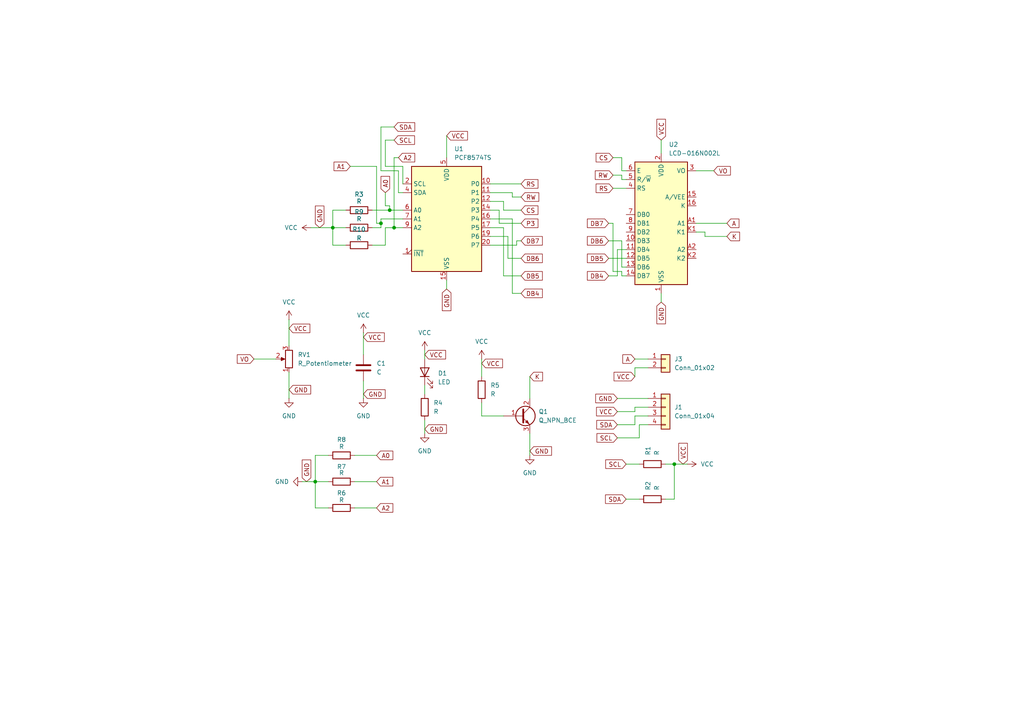
<source format=kicad_sch>
(kicad_sch (version 20231120) (generator "eeschema") (generator_version "8.0")
  (paper "A4")
  (lib_symbols
    (symbol "Connector_Generic:Conn_01x02" (pin_names (offset 1.016) hide)
      (property "Reference" "J" (at 0 2.54 0))
      (property "Value" "Conn_01x02" (at 0 -5.08 0))
      (symbol "Conn_01x02_1_1"
        (rectangle (start -1.27 -2.413) (end 0 -2.667) (stroke (width 0.1524)))
        (rectangle (start -1.27 0.127) (end 0 -0.127) (stroke (width 0.1524)))
        (rectangle (start -1.27 1.27) (end 1.27 -3.81) (stroke (width 0.254)) (fill (type background)))
        (pin passive line (at -5.08 0 0) (length 3.81) (name "Pin_1") (number "1"))
        (pin passive line (at -5.08 -2.54 0) (length 3.81) (name "Pin_2") (number "2"))
      )
    )
    (symbol "Connector_Generic:Conn_01x04" (pin_names (offset 1.016) hide)
      (property "Reference" "J" (at 0 5.08 0))
      (property "Value" "Conn_01x04" (at 0 -7.62 0))
      (symbol "Conn_01x04_1_1"
        (rectangle (start -1.27 -4.953) (end 0 -5.207) (stroke (width 0.1524)))
        (rectangle (start -1.27 -2.413) (end 0 -2.667) (stroke (width 0.1524)))
        (rectangle (start -1.27 0.127) (end 0 -0.127) (stroke (width 0.1524)))
        (rectangle (start -1.27 2.667) (end 0 2.413) (stroke (width 0.1524)))
        (rectangle (start -1.27 3.81) (end 1.27 -6.35) (stroke (width 0.254)) (fill (type background)))
        (pin passive line (at -5.08 2.54 0) (length 3.81) (name "Pin_1") (number "1"))
        (pin passive line (at -5.08 0 0) (length 3.81) (name "Pin_2") (number "2"))
        (pin passive line (at -5.08 -2.54 0) (length 3.81) (name "Pin_3") (number "3"))
        (pin passive line (at -5.08 -5.08 0) (length 3.81) (name "Pin_4") (number "4"))
      )
    )
    (symbol "Device:C" (pin_numbers hide) (pin_names (offset 0.254))
      (property "Reference" "C" (at 0.635 2.54 0))
      (property "Value" "C" (at 0.635 -2.54 0))
      (symbol "C_0_1"
        (polyline (pts (xy -2.032 -0.762) (xy 2.032 -0.762)) (stroke (width 0.508)))
        (polyline (pts (xy -2.032 0.762) (xy 2.032 0.762)) (stroke (width 0.508)))
      )
      (symbol "C_1_1"
        (pin passive line (at 0 3.81 270) (length 2.794) (name "~") (number "1"))
        (pin passive line (at 0 -3.81 90) (length 2.794) (name "~") (number "2"))
      )
    )
    (symbol "Device:LED" (pin_numbers hide) (pin_names (offset 1.016) hide)
      (property "Reference" "D" (at 0 2.54 0))
      (property "Value" "LED" (at 0 -2.54 0))
      (symbol "LED_0_1"
        (polyline (pts (xy -1.27 -1.27) (xy -1.27 1.27)) (stroke (width 0.254)))
        (polyline (pts (xy -1.27 0) (xy 1.27 0)))
        (polyline (pts (xy 1.27 -1.27) (xy 1.27 1.27) (xy -1.27 0) (xy 1.27 -1.27)) (stroke (width 0.254)))
        (polyline (pts (xy -3.048 -0.762) (xy -4.572 -2.286) (xy -3.81 -2.286) (xy -4.572 -2.286) (xy -4.572 -1.524)))
        (polyline (pts (xy -1.778 -0.762) (xy -3.302 -2.286) (xy -2.54 -2.286) (xy -3.302 -2.286) (xy -3.302 -1.524)))
      )
      (symbol "LED_1_1"
        (pin passive line (at -3.81 0 0) (length 2.54) (name "K") (number "1"))
        (pin passive line (at 3.81 0 180) (length 2.54) (name "A") (number "2"))
      )
    )
    (symbol "Device:Q_NPN_BCE" (pin_names (offset 0) hide)
      (property "Reference" "Q" (at 5.08 1.27 0))
      (property "Value" "Q_NPN_BCE" (at 5.08 -1.27 0))
      (symbol "Q_NPN_BCE_0_1"
        (polyline (pts (xy 0.635 0.635) (xy 2.54 2.54)))
        (polyline (pts (xy 0.635 -0.635) (xy 2.54 -2.54) (xy 2.54 -2.54)))
        (polyline (pts (xy 0.635 1.905) (xy 0.635 -1.905) (xy 0.635 -1.905)) (stroke (width 0.508)))
        (polyline (pts (xy 1.27 -1.778) (xy 1.778 -1.27) (xy 2.286 -2.286) (xy 1.27 -1.778) (xy 1.27 -1.778)) (fill (type outline)))
        (circle (center 1.27 0) (radius 2.8194) (stroke (width 0.254)))
      )
      (symbol "Q_NPN_BCE_1_1"
        (pin input line (at -5.08 0 0) (length 5.715) (name "B") (number "1"))
        (pin passive line (at 2.54 5.08 270) (length 2.54) (name "C") (number "2"))
        (pin passive line (at 2.54 -5.08 90) (length 2.54) (name "E") (number "3"))
      )
    )
    (symbol "Device:R" (pin_numbers hide) (pin_names (offset 0))
      (property "Reference" "R" (at 2.032 0 90))
      (property "Value" "R" (at 0 0 90))
      (symbol "R_0_1"
        (rectangle (start -1.016 -2.54) (end 1.016 2.54) (stroke (width 0.254)))
      )
      (symbol "R_1_1"
        (pin passive line (at 0 3.81 270) (length 1.27) (name "~") (number "1"))
        (pin passive line (at 0 -3.81 90) (length 1.27) (name "~") (number "2"))
      )
    )
    (symbol "Device:R_Potentiometer" (pin_names (offset 1.016) hide)
      (property "Reference" "RV" (at -4.445 0 90))
      (property "Value" "R_Potentiometer" (at -2.54 0 90))
      (symbol "R_Potentiometer_0_1"
        (polyline (pts (xy 2.54 0) (xy 1.524 0)))
        (polyline (pts (xy 1.143 0) (xy 2.286 0.508) (xy 2.286 -0.508) (xy 1.143 0)) (fill (type outline)))
        (rectangle (start 1.016 2.54) (end -1.016 -2.54) (stroke (width 0.254)))
      )
      (symbol "R_Potentiometer_1_1"
        (pin passive line (at 0 3.81 270) (length 1.27) (name "1") (number "1"))
        (pin passive line (at 3.81 0 180) (length 1.27) (name "2") (number "2"))
        (pin passive line (at 0 -3.81 90) (length 1.27) (name "3") (number "3"))
      )
    )
    (symbol "Display_Character:LCD-016N002L"
      (property "Reference" "U" (at -6.35 18.796 0))
      (property "Value" "LCD-016N002L" (at 8.636 18.796 0))
      (symbol "LCD-016N002L_1_1"
        (rectangle (start -7.62 17.78) (end 7.62 -17.78) (stroke (width 0.254)) (fill (type background)))
        (pin power_in line (at 0 -20.32 90) (length 2.54) (name "VSS") (number "1"))
        (pin bidirectional line (at -10.16 -5.08 0) (length 2.54) (name "DB3") (number "10"))
        (pin bidirectional line (at -10.16 -7.62 0) (length 2.54) (name "DB4") (number "11"))
        (pin bidirectional line (at -10.16 -10.16 0) (length 2.54) (name "DB5") (number "12"))
        (pin bidirectional line (at -10.16 -12.7 0) (length 2.54) (name "DB6") (number "13"))
        (pin bidirectional line (at -10.16 -15.24 0) (length 2.54) (name "DB7") (number "14"))
        (pin power_in line (at 10.16 7.62 180) (length 2.54) (name "A/VEE") (number "15"))
        (pin power_in line (at 10.16 5.08 180) (length 2.54) (name "K") (number "16"))
        (pin power_in line (at 0 20.32 270) (length 2.54) (name "VDD") (number "2"))
        (pin input line (at 10.16 15.24 180) (length 2.54) (name "VO") (number "3"))
        (pin input line (at -10.16 10.16 0) (length 2.54) (name "RS") (number "4"))
        (pin input line (at -10.16 12.7 0) (length 2.54) (name "R/~{W}") (number "5"))
        (pin input line (at -10.16 15.24 0) (length 2.54) (name "E") (number "6"))
        (pin bidirectional line (at -10.16 2.54 0) (length 2.54) (name "DB0") (number "7"))
        (pin bidirectional line (at -10.16 0 0) (length 2.54) (name "DB1") (number "8"))
        (pin bidirectional line (at -10.16 -2.54 0) (length 2.54) (name "DB2") (number "9"))
        (pin power_in line (at 10.16 0 180) (length 2.54) (name "A1") (number "A1"))
        (pin power_in line (at 10.16 -7.62 180) (length 2.54) (name "A2") (number "A2"))
        (pin power_in line (at 10.16 -2.54 180) (length 2.54) (name "K1") (number "K1"))
        (pin power_in line (at 10.16 -10.16 180) (length 2.54) (name "K2") (number "K2"))
      )
    )
    (symbol "Interface_Expansion:PCF8574TS"
      (property "Reference" "U" (at -8.89 16.51 0))
      (property "Value" "PCF8574TS" (at 3.81 16.51 0))
      (symbol "PCF8574TS_0_1"
        (rectangle (start -10.16 15.24) (end 10.16 -15.24) (stroke (width 0.254)) (fill (type background)))
      )
      (symbol "PCF8574TS_1_1"
        (pin open_collector output_low (at -12.7 -10.16 0) (length 2.54) (name "~{INT}") (number "1"))
        (pin bidirectional line (at 12.7 10.16 180) (length 2.54) (name "P0") (number "10"))
        (pin bidirectional line (at 12.7 7.62 180) (length 2.54) (name "P1") (number "11"))
        (pin bidirectional line (at 12.7 5.08 180) (length 2.54) (name "P2") (number "12"))
        (pin no_connect line (at -10.16 -5.08 0) (length 2.54) hide (name "NC") (number "13"))
        (pin bidirectional line (at 12.7 2.54 180) (length 2.54) (name "P3") (number "14"))
        (pin power_in line (at 0 -17.78 90) (length 2.54) (name "VSS") (number "15"))
        (pin bidirectional line (at 12.7 0 180) (length 2.54) (name "P4") (number "16"))
        (pin bidirectional line (at 12.7 -2.54 180) (length 2.54) (name "P5") (number "17"))
        (pin no_connect line (at -10.16 -7.62 0) (length 2.54) hide (name "NC") (number "18"))
        (pin bidirectional line (at 12.7 -5.08 180) (length 2.54) (name "P6") (number "19"))
        (pin input line (at -12.7 10.16 0) (length 2.54) (name "SCL") (number "2"))
        (pin bidirectional line (at 12.7 -7.62 180) (length 2.54) (name "P7") (number "20"))
        (pin no_connect line (at 10.16 -10.16 180) (length 2.54) hide (name "NC") (number "3"))
        (pin bidirectional line (at -12.7 7.62 0) (length 2.54) (name "SDA") (number "4"))
        (pin power_in line (at 0 17.78 270) (length 2.54) (name "VDD") (number "5"))
        (pin input line (at -12.7 2.54 0) (length 2.54) (name "A0") (number "6"))
        (pin input line (at -12.7 0 0) (length 2.54) (name "A1") (number "7"))
        (pin no_connect line (at 10.16 -12.7 180) (length 2.54) hide (name "NC") (number "8"))
        (pin input line (at -12.7 -2.54 0) (length 2.54) (name "A2") (number "9"))
      )
    )
    (symbol "power:GND" (power) (pin_numbers hide) (pin_names (offset 0) hide)
      (property "Value" "GND" (at 0 -3.81 0))
      (symbol "GND_0_1"
        (polyline (pts (xy 0 0) (xy 0 -1.27) (xy 1.27 -1.27) (xy 0 -2.54) (xy -1.27 -1.27) (xy 0 -1.27)))
      )
      (symbol "GND_1_1"
        (pin power_in line (at 0 0 270) (length 0) (name "~") (number "1"))
      )
    )
    (symbol "power:VCC" (power) (pin_numbers hide) (pin_names (offset 0) hide)
      (property "Value" "VCC" (at 0 3.556 0))
      (symbol "VCC_0_1"
        (polyline (pts (xy -0.762 1.27) (xy 0 2.54)))
        (polyline (pts (xy 0 0) (xy 0 2.54)))
        (polyline (pts (xy 0 2.54) (xy 0.762 1.27)))
      )
      (symbol "VCC_1_1"
        (pin power_in line (at 0 0 90) (length 0) (name "~") (number "1"))
      )
    )
  )
  (junction (at 91.44 139.7))
  (junction (at 114.3 66.04))
  (junction (at 195.58 134.62))
  (junction (at 113.03 60.96))
  (junction (at 96.52 66.04))
  (junction (at 110.49 64.77))
  (wire (pts (xy 101.6 48.26) (xy 109.22 48.26)))
  (wire (pts (xy 177.8 54.61) (xy 181.61 54.61)))
  (wire (pts (xy 111.76 66.04) (xy 114.3 66.04)))
  (wire (pts (xy 184.15 123.19) (xy 184.15 120.65)))
  (wire (pts (xy 148.59 55.88) (xy 148.59 57.15)))
  (wire (pts (xy 96.52 66.04) (xy 96.52 60.96)))
  (wire (pts (xy 193.04 144.78) (xy 195.58 144.78)))
  (wire (pts (xy 114.3 36.83) (xy 110.49 36.83)))
  (wire (pts (xy 151.13 60.96) (xy 146.05 60.96)))
  (wire (pts (xy 148.59 63.5) (xy 142.24 63.5)))
  (wire (pts (xy 176.53 74.93) (xy 181.61 74.93)))
  (wire (pts (xy 193.04 134.62) (xy 195.58 134.62)))
  (wire (pts (xy 180.34 50.8) (xy 180.34 52.07)))
  (wire (pts (xy 184.15 119.38) (xy 184.15 118.11)))
  (wire (pts (xy 179.07 123.19) (xy 184.15 123.19)))
  (wire (pts (xy 184.15 106.68) (xy 187.96 106.68)))
  (wire (pts (xy 110.49 36.83) (xy 110.49 49.53)))
  (wire (pts (xy 91.44 139.7) (xy 91.44 147.32)))
  (wire (pts (xy 184.15 120.65) (xy 187.96 120.65)))
  (wire (pts (xy 184.15 104.14) (xy 187.96 104.14)))
  (wire (pts (xy 102.87 139.7) (xy 109.22 139.7)))
  (wire (pts (xy 110.49 63.5) (xy 116.84 63.5)))
  (wire (pts (xy 149.86 71.12) (xy 142.24 71.12)))
  (wire (pts (xy 177.8 78.74) (xy 180.34 78.74)))
  (wire (pts (xy 191.77 85.09) (xy 191.77 87.63)))
  (wire (pts (xy 177.8 50.8) (xy 180.34 50.8)))
  (wire (pts (xy 91.44 132.08) (xy 91.44 139.7)))
  (wire (pts (xy 153.67 109.22) (xy 153.67 115.57)))
  (wire (pts (xy 114.3 40.64) (xy 111.76 40.64)))
  (wire (pts (xy 146.05 58.42) (xy 142.24 58.42)))
  (wire (pts (xy 146.05 66.04) (xy 142.24 66.04)))
  (wire (pts (xy 83.82 107.95) (xy 83.82 115.57)))
  (wire (pts (xy 105.41 96.52) (xy 105.41 102.87)))
  (wire (pts (xy 179.07 80.01) (xy 179.07 72.39)))
  (wire (pts (xy 184.15 106.68) (xy 184.15 109.22)))
  (wire (pts (xy 204.47 68.58) (xy 204.47 67.31)))
  (wire (pts (xy 115.57 49.53) (xy 115.57 55.88)))
  (wire (pts (xy 102.87 147.32) (xy 109.22 147.32)))
  (wire (pts (xy 142.24 55.88) (xy 148.59 55.88)))
  (wire (pts (xy 151.13 85.09) (xy 148.59 85.09)))
  (wire (pts (xy 180.34 78.74) (xy 180.34 80.01)))
  (wire (pts (xy 129.54 39.37) (xy 129.54 45.72)))
  (wire (pts (xy 123.19 101.6) (xy 123.19 104.14)))
  (wire (pts (xy 195.58 134.62) (xy 195.58 144.78)))
  (wire (pts (xy 73.66 104.14) (xy 80.01 104.14)))
  (wire (pts (xy 105.41 110.49) (xy 105.41 115.57)))
  (wire (pts (xy 111.76 59.69) (xy 113.03 59.69)))
  (wire (pts (xy 114.3 66.04) (xy 116.84 66.04)))
  (wire (pts (xy 123.19 111.76) (xy 123.19 114.3)))
  (wire (pts (xy 151.13 80.01) (xy 146.05 80.01)))
  (wire (pts (xy 115.57 55.88) (xy 116.84 55.88)))
  (wire (pts (xy 195.58 134.62) (xy 199.39 134.62)))
  (wire (pts (xy 149.86 69.85) (xy 149.86 71.12)))
  (wire (pts (xy 187.96 123.19) (xy 185.42 123.19)))
  (wire (pts (xy 87.63 139.7) (xy 91.44 139.7)))
  (wire (pts (xy 111.76 71.12) (xy 111.76 66.04)))
  (wire (pts (xy 181.61 134.62) (xy 185.42 134.62)))
  (wire (pts (xy 210.82 68.58) (xy 204.47 68.58)))
  (wire (pts (xy 142.24 60.96) (xy 144.78 60.96)))
  (wire (pts (xy 96.52 66.04) (xy 100.33 66.04)))
  (wire (pts (xy 91.44 132.08) (xy 95.25 132.08)))
  (wire (pts (xy 107.95 66.04) (xy 110.49 66.04)))
  (wire (pts (xy 110.49 64.77) (xy 110.49 63.5)))
  (wire (pts (xy 123.19 121.92) (xy 123.19 125.73)))
  (wire (pts (xy 110.49 66.04) (xy 110.49 64.77)))
  (wire (pts (xy 180.34 49.53) (xy 181.61 49.53)))
  (wire (pts (xy 201.93 64.77) (xy 210.82 64.77)))
  (wire (pts (xy 179.07 72.39) (xy 181.61 72.39)))
  (wire (pts (xy 102.87 132.08) (xy 109.22 132.08)))
  (wire (pts (xy 96.52 60.96) (xy 100.33 60.96)))
  (wire (pts (xy 179.07 119.38) (xy 184.15 119.38)))
  (wire (pts (xy 148.59 85.09) (xy 148.59 63.5)))
  (wire (pts (xy 180.34 80.01) (xy 181.61 80.01)))
  (wire (pts (xy 96.52 66.04) (xy 96.52 71.12)))
  (wire (pts (xy 191.77 40.64) (xy 191.77 44.45)))
  (wire (pts (xy 180.34 45.72) (xy 180.34 49.53)))
  (wire (pts (xy 129.54 81.28) (xy 129.54 83.82)))
  (wire (pts (xy 153.67 125.73) (xy 153.67 132.08)))
  (wire (pts (xy 176.53 80.01) (xy 179.07 80.01)))
  (wire (pts (xy 90.17 66.04) (xy 96.52 66.04)))
  (wire (pts (xy 115.57 45.72) (xy 114.3 45.72)))
  (wire (pts (xy 184.15 118.11) (xy 187.96 118.11)))
  (wire (pts (xy 109.22 48.26) (xy 109.22 64.77)))
  (wire (pts (xy 139.7 120.65) (xy 146.05 120.65)))
  (wire (pts (xy 180.34 52.07) (xy 181.61 52.07)))
  (wire (pts (xy 144.78 60.96) (xy 144.78 64.77)))
  (wire (pts (xy 177.8 64.77) (xy 177.8 78.74)))
  (wire (pts (xy 139.7 116.84) (xy 139.7 120.65)))
  (wire (pts (xy 151.13 69.85) (xy 149.86 69.85)))
  (wire (pts (xy 95.25 139.7) (xy 91.44 139.7)))
  (wire (pts (xy 111.76 48.26) (xy 116.84 48.26)))
  (wire (pts (xy 95.25 147.32) (xy 91.44 147.32)))
  (wire (pts (xy 144.78 64.77) (xy 151.13 64.77)))
  (wire (pts (xy 107.95 60.96) (xy 113.03 60.96)))
  (wire (pts (xy 185.42 123.19) (xy 185.42 127)))
  (wire (pts (xy 109.22 64.77) (xy 110.49 64.77)))
  (wire (pts (xy 180.34 69.85) (xy 180.34 77.47)))
  (wire (pts (xy 177.8 45.72) (xy 180.34 45.72)))
  (wire (pts (xy 148.59 57.15) (xy 151.13 57.15)))
  (wire (pts (xy 83.82 92.71) (xy 83.82 100.33)))
  (wire (pts (xy 176.53 64.77) (xy 177.8 64.77)))
  (wire (pts (xy 146.05 80.01) (xy 146.05 66.04)))
  (wire (pts (xy 179.07 115.57) (xy 187.96 115.57)))
  (wire (pts (xy 147.32 74.93) (xy 147.32 68.58)))
  (wire (pts (xy 181.61 144.78) (xy 185.42 144.78)))
  (wire (pts (xy 142.24 53.34) (xy 151.13 53.34)))
  (wire (pts (xy 146.05 60.96) (xy 146.05 58.42)))
  (wire (pts (xy 113.03 60.96) (xy 116.84 60.96)))
  (wire (pts (xy 111.76 40.64) (xy 111.76 48.26)))
  (wire (pts (xy 139.7 104.14) (xy 139.7 109.22)))
  (wire (pts (xy 111.76 55.88) (xy 111.76 59.69)))
  (wire (pts (xy 147.32 68.58) (xy 142.24 68.58)))
  (wire (pts (xy 116.84 48.26) (xy 116.84 53.34)))
  (wire (pts (xy 151.13 74.93) (xy 147.32 74.93)))
  (wire (pts (xy 100.33 71.12) (xy 96.52 71.12)))
  (wire (pts (xy 114.3 45.72) (xy 114.3 66.04)))
  (wire (pts (xy 201.93 49.53) (xy 207.01 49.53)))
  (wire (pts (xy 185.42 127) (xy 179.07 127)))
  (wire (pts (xy 180.34 77.47) (xy 181.61 77.47)))
  (wire (pts (xy 110.49 49.53) (xy 115.57 49.53)))
  (wire (pts (xy 113.03 59.69) (xy 113.03 60.96)))
  (wire (pts (xy 204.47 67.31) (xy 201.93 67.31)))
  (wire (pts (xy 107.95 71.12) (xy 111.76 71.12)))
  (wire (pts (xy 176.53 69.85) (xy 180.34 69.85)))
  (global_label "K" (shape input) (at 210.82 68.58 0) (property "Intersheetrefs" "${INTERSHEET_REFS}" (effects (hide yes))))
  (global_label "VCC" (shape input) (at 198.12 134.62 90) (property "Intersheetrefs" "${INTERSHEET_REFS}" (effects (hide yes))))
  (global_label "GND" (shape input) (at 179.07 115.57 180) (property "Intersheetrefs" "${INTERSHEET_REFS}" (effects (hide yes))))
  (global_label "GND" (shape input) (at 153.67 130.81 0) (property "Intersheetrefs" "${INTERSHEET_REFS}" (effects (hide yes))))
  (global_label "RS" (shape input) (at 177.8 54.61 180) (property "Intersheetrefs" "${INTERSHEET_REFS}" (effects (hide yes))))
  (global_label "VCC" (shape input) (at 179.07 119.38 180) (property "Intersheetrefs" "${INTERSHEET_REFS}" (effects (hide yes))))
  (global_label "VCC" (shape input) (at 139.7 105.41 0) (property "Intersheetrefs" "${INTERSHEET_REFS}" (effects (hide yes))))
  (global_label "K" (shape input) (at 153.67 109.22 0) (property "Intersheetrefs" "${INTERSHEET_REFS}" (effects (hide yes))))
  (global_label "VO" (shape input) (at 73.66 104.14 180) (property "Intersheetrefs" "${INTERSHEET_REFS}" (effects (hide yes))))
  (global_label "VO" (shape input) (at 207.01 49.53 0) (property "Intersheetrefs" "${INTERSHEET_REFS}" (effects (hide yes))))
  (global_label "DB6" (shape input) (at 151.13 74.93 0) (property "Intersheetrefs" "${INTERSHEET_REFS}" (effects (hide yes))))
  (global_label "A" (shape input) (at 210.82 64.77 0) (property "Intersheetrefs" "${INTERSHEET_REFS}" (effects (hide yes))))
  (global_label "RW" (shape input) (at 151.13 57.15 0) (property "Intersheetrefs" "${INTERSHEET_REFS}" (effects (hide yes))))
  (global_label "DB5" (shape input) (at 176.53 74.93 180) (property "Intersheetrefs" "${INTERSHEET_REFS}" (effects (hide yes))))
  (global_label "GND" (shape input) (at 92.71 66.04 90) (property "Intersheetrefs" "${INTERSHEET_REFS}" (effects (hide yes))))
  (global_label "GND" (shape input) (at 83.82 113.03 0) (property "Intersheetrefs" "${INTERSHEET_REFS}" (effects (hide yes))))
  (global_label "SDA" (shape input) (at 181.61 144.78 180) (property "Intersheetrefs" "${INTERSHEET_REFS}" (effects (hide yes))))
  (global_label "A2" (shape input) (at 109.22 147.32 0) (property "Intersheetrefs" "${INTERSHEET_REFS}" (effects (hide yes))))
  (global_label "VCC" (shape input) (at 123.19 102.87 0) (property "Intersheetrefs" "${INTERSHEET_REFS}" (effects (hide yes))))
  (global_label "A1" (shape input) (at 109.22 139.7 0) (property "Intersheetrefs" "${INTERSHEET_REFS}" (effects (hide yes))))
  (global_label "GND" (shape input) (at 123.19 124.46 0) (property "Intersheetrefs" "${INTERSHEET_REFS}" (effects (hide yes))))
  (global_label "SDA" (shape input) (at 114.3 36.83 0) (property "Intersheetrefs" "${INTERSHEET_REFS}" (effects (hide yes))))
  (global_label "SCL" (shape input) (at 114.3 40.64 0) (property "Intersheetrefs" "${INTERSHEET_REFS}" (effects (hide yes))))
  (global_label "VCC" (shape input) (at 184.15 109.22 180) (property "Intersheetrefs" "${INTERSHEET_REFS}" (effects (hide yes))))
  (global_label "A0" (shape input) (at 109.22 132.08 0) (property "Intersheetrefs" "${INTERSHEET_REFS}" (effects (hide yes))))
  (global_label "GND" (shape input) (at 191.77 87.63 270) (property "Intersheetrefs" "${INTERSHEET_REFS}" (effects (hide yes))))
  (global_label "A0" (shape input) (at 111.76 55.88 90) (property "Intersheetrefs" "${INTERSHEET_REFS}" (effects (hide yes))))
  (global_label "P3" (shape input) (at 151.13 64.77 0) (property "Intersheetrefs" "${INTERSHEET_REFS}" (effects (hide yes))))
  (global_label "VCC" (shape input) (at 83.82 95.25 0) (property "Intersheetrefs" "${INTERSHEET_REFS}" (effects (hide yes))))
  (global_label "DB7" (shape input) (at 151.13 69.85 0) (property "Intersheetrefs" "${INTERSHEET_REFS}" (effects (hide yes))))
  (global_label "VCC" (shape input) (at 191.77 40.64 90) (property "Intersheetrefs" "${INTERSHEET_REFS}" (effects (hide yes))))
  (global_label "GND" (shape input) (at 129.54 83.82 270) (property "Intersheetrefs" "${INTERSHEET_REFS}" (effects (hide yes))))
  (global_label "VCC" (shape input) (at 129.54 39.37 0) (property "Intersheetrefs" "${INTERSHEET_REFS}" (effects (hide yes))))
  (global_label "GND" (shape input) (at 88.9 139.7 90) (property "Intersheetrefs" "${INTERSHEET_REFS}" (effects (hide yes))))
  (global_label "DB4" (shape input) (at 151.13 85.09 0) (property "Intersheetrefs" "${INTERSHEET_REFS}" (effects (hide yes))))
  (global_label "RS" (shape input) (at 151.13 53.34 0) (property "Intersheetrefs" "${INTERSHEET_REFS}" (effects (hide yes))))
  (global_label "RW" (shape input) (at 177.8 50.8 180) (property "Intersheetrefs" "${INTERSHEET_REFS}" (effects (hide yes))))
  (global_label "DB6" (shape input) (at 176.53 69.85 180) (property "Intersheetrefs" "${INTERSHEET_REFS}" (effects (hide yes))))
  (global_label "DB5" (shape input) (at 151.13 80.01 0) (property "Intersheetrefs" "${INTERSHEET_REFS}" (effects (hide yes))))
  (global_label "VCC" (shape input) (at 105.41 97.79 0) (property "Intersheetrefs" "${INTERSHEET_REFS}" (effects (hide yes))))
  (global_label "A" (shape input) (at 184.15 104.14 180) (property "Intersheetrefs" "${INTERSHEET_REFS}" (effects (hide yes))))
  (global_label "A2" (shape input) (at 115.57 45.72 0) (property "Intersheetrefs" "${INTERSHEET_REFS}" (effects (hide yes))))
  (global_label "CS" (shape input) (at 151.13 60.96 0) (property "Intersheetrefs" "${INTERSHEET_REFS}" (effects (hide yes))))
  (global_label "SCL" (shape input) (at 179.07 127 180) (property "Intersheetrefs" "${INTERSHEET_REFS}" (effects (hide yes))))
  (global_label "A1" (shape input) (at 101.6 48.26 180) (property "Intersheetrefs" "${INTERSHEET_REFS}" (effects (hide yes))))
  (global_label "CS" (shape input) (at 177.8 45.72 180) (property "Intersheetrefs" "${INTERSHEET_REFS}" (effects (hide yes))))
  (global_label "DB7" (shape input) (at 176.53 64.77 180) (property "Intersheetrefs" "${INTERSHEET_REFS}" (effects (hide yes))))
  (global_label "SCL" (shape input) (at 181.61 134.62 180) (property "Intersheetrefs" "${INTERSHEET_REFS}" (effects (hide yes))))
  (global_label "GND" (shape input) (at 105.41 114.3 0) (property "Intersheetrefs" "${INTERSHEET_REFS}" (effects (hide yes))))
  (global_label "DB4" (shape input) (at 176.53 80.01 180) (property "Intersheetrefs" "${INTERSHEET_REFS}" (effects (hide yes))))
  (global_label "SDA" (shape input) (at 179.07 123.19 180) (property "Intersheetrefs" "${INTERSHEET_REFS}" (effects (hide yes))))
  (symbol (lib_id "Device:R") (at 123.19 118.11 0) (unit 1)
    (property "Reference" "R4" (at 125.73 116.8399 0) (effects (justify left)))
    (property "Value" "R" (at 125.73 119.3799 0) (effects (justify left)))
    (property "Footprint" "Resistor_SMD:R_0402_1005Metric" (effects (hide yes)))
    (property "Description" "Resistor" (effects (hide yes)))
  )
  (symbol (lib_id "Device:R") (at 189.23 144.78 90) (unit 1)
    (property "Reference" "R2" (at 187.9599 142.24 0) (effects (justify left)))
    (property "Value" "R" (at 190.4999 142.24 0) (effects (justify left)))
    (property "Footprint" "Resistor_SMD:R_0402_1005Metric" (effects (hide yes)))
    (property "Description" "Resistor" (effects (hide yes)))
  )
  (symbol (lib_id "Display_Character:LCD-016N002L") (at 191.77 64.77 0) (unit 1)
    (property "Reference" "U2" (at 193.9641 41.91 0) (effects (justify left)))
    (property "Value" "LCD-016N002L" (at 193.9641 44.45 0) (effects (justify left)))
    (property "Footprint" "Display:LCD-016N002L" (effects (hide yes)))
    (property "Datasheet" "http://www.vishay.com/docs/37299/37299.pdf" (effects (hide yes)))
    (property "Description" "LCD 12x2, 8 bit parallel bus, 3V or 5V VDD" (effects (hide yes)))
  )
  (symbol (lib_id "Device:R") (at 104.14 60.96 270) (unit 1)
    (property "Reference" "R3" (at 104.14 56.388 90))
    (property "Value" "R" (at 104.14 58.42 90))
    (property "Footprint" "Resistor_SMD:R_0402_1005Metric" (effects (hide yes)))
    (property "Description" "Resistor" (effects (hide yes)))
  )
  (symbol (lib_id "Device:R") (at 99.06 139.7 270) (unit 1)
    (property "Reference" "R7" (at 99.06 135.382 90))
    (property "Value" "R" (at 99.06 137.16 90))
    (property "Footprint" "Resistor_SMD:R_0402_1005Metric" (effects (hide yes)))
    (property "Description" "Resistor" (effects (hide yes)))
  )
  (symbol (lib_id "power:VCC") (at 105.41 96.52 0) (unit 1)
    (property "Reference" "#PWR07" (effects (hide yes)))
    (property "Value" "VCC" (at 105.41 91.44 0))
    (property "Description" "Power symbol creates a global label with name \"VCC\"" (effects (hide yes)))
  )
  (symbol (lib_id "Device:R") (at 99.06 132.08 270) (unit 1)
    (property "Reference" "R8" (at 99.06 127.508 90))
    (property "Value" "R" (at 99.06 129.54 90))
    (property "Footprint" "Resistor_SMD:R_0402_1005Metric" (effects (hide yes)))
    (property "Description" "Resistor" (effects (hide yes)))
  )
  (symbol (lib_id "power:GND") (at 87.63 139.7 270) (unit 1)
    (property "Reference" "#PWR05" (effects (hide yes)))
    (property "Value" "GND" (at 83.82 139.6999 90) (effects (justify right)))
    (property "Description" "Power symbol creates a global label with name \"GND\" , ground" (effects (hide yes)))
  )
  (symbol (lib_id "Connector_Generic:Conn_01x02") (at 193.04 104.14 0) (unit 1)
    (property "Reference" "J3" (at 195.58 104.1399 0) (effects (justify left)))
    (property "Value" "Conn_01x02" (at 195.58 106.6799 0) (effects (justify left)))
    (property "Footprint" "Connector_Phoenix_GMSTB:PhoenixContact_GMSTBA_2,5_2-G_1x02_P7.50mm_Horizontal" (effects (hide yes)))
    (property "Description" "Generic connector, single row, 01x02, script generated (kicad-library-utils/schlib/autogen/connector/)" (effects (hide yes)))
  )
  (symbol (lib_id "Device:R") (at 99.06 147.32 270) (unit 1)
    (property "Reference" "R6" (at 99.06 143.002 90))
    (property "Value" "R" (at 99.06 145.034 90))
    (property "Footprint" "Resistor_SMD:R_0402_1005Metric" (effects (hide yes)))
    (property "Description" "Resistor" (effects (hide yes)))
  )
  (symbol (lib_id "power:VCC") (at 199.39 134.62 270) (unit 1)
    (property "Reference" "#PWR010" (effects (hide yes)))
    (property "Value" "VCC" (at 203.2 134.6199 90) (effects (justify left)))
    (property "Description" "Power symbol creates a global label with name \"VCC\"" (effects (hide yes)))
  )
  (symbol (lib_id "power:VCC") (at 90.17 66.04 90) (unit 1)
    (property "Reference" "#PWR011" (effects (hide yes)))
    (property "Value" "VCC" (at 86.36 66.0399 90) (effects (justify left)))
    (property "Description" "Power symbol creates a global label with name \"VCC\"" (effects (hide yes)))
  )
  (symbol (lib_id "Device:R_Potentiometer") (at 83.82 104.14 180) (unit 1)
    (property "Reference" "RV1" (at 86.36 102.8699 0) (effects (justify right)))
    (property "Value" "R_Potentiometer" (at 86.36 105.4099 0) (effects (justify right)))
    (property "Footprint" "Potentiometer_THT:Potentiometer_Bourns_3339H_Vertical" (effects (hide yes)))
    (property "Description" "Potentiometer" (effects (hide yes)))
  )
  (symbol (lib_id "Device:R") (at 104.14 71.12 270) (unit 1)
    (property "Reference" "R10" (at 104.14 66.548 90))
    (property "Value" "R" (at 104.14 69.088 90))
    (property "Footprint" "Resistor_SMD:R_0402_1005Metric" (effects (hide yes)))
    (property "Description" "Resistor" (effects (hide yes)))
  )
  (symbol (lib_id "Device:C") (at 105.41 106.68 0) (unit 1)
    (property "Reference" "C1" (at 109.22 105.4099 0) (effects (justify left)))
    (property "Value" "C" (at 109.22 107.9499 0) (effects (justify left)))
    (property "Footprint" "Capacitor_SMD:C_0402_1005Metric" (effects (hide yes)))
    (property "Description" "Unpolarized capacitor" (effects (hide yes)))
  )
  (symbol (lib_id "power:GND") (at 123.19 125.73 0) (unit 1)
    (property "Reference" "#PWR04" (effects (hide yes)))
    (property "Value" "GND" (at 123.19 130.81 0))
    (property "Description" "Power symbol creates a global label with name \"GND\" , ground" (effects (hide yes)))
  )
  (symbol (lib_id "Device:LED") (at 123.19 107.95 90) (unit 1)
    (property "Reference" "D1" (at 127 108.2674 90) (effects (justify right)))
    (property "Value" "LED" (at 127 110.8074 90) (effects (justify right)))
    (property "Footprint" "LED_THT:LED_D5.0mm_Horizontal_O1.27mm_Z3.0mm" (effects (hide yes)))
    (property "Description" "Light emitting diode" (effects (hide yes)))
  )
  (symbol (lib_id "power:VCC") (at 139.7 104.14 0) (unit 1)
    (property "Reference" "#PWR01" (effects (hide yes)))
    (property "Value" "VCC" (at 139.7 99.06 0))
    (property "Description" "Power symbol creates a global label with name \"VCC\"" (effects (hide yes)))
  )
  (symbol (lib_id "Device:R") (at 189.23 134.62 90) (unit 1)
    (property "Reference" "R1" (at 187.9599 132.08 0) (effects (justify left)))
    (property "Value" "R" (at 190.4999 132.08 0) (effects (justify left)))
    (property "Footprint" "Resistor_SMD:R_0402_1005Metric" (effects (hide yes)))
    (property "Description" "Resistor" (effects (hide yes)))
  )
  (symbol (lib_id "power:GND") (at 83.82 115.57 0) (unit 1)
    (property "Reference" "#PWR09" (effects (hide yes)))
    (property "Value" "GND" (at 83.82 120.65 0))
    (property "Description" "Power symbol creates a global label with name \"GND\" , ground" (effects (hide yes)))
  )
  (symbol (lib_id "power:GND") (at 153.67 132.08 0) (unit 1)
    (property "Reference" "#PWR02" (effects (hide yes)))
    (property "Value" "GND" (at 153.67 137.16 0))
    (property "Description" "Power symbol creates a global label with name \"GND\" , ground" (effects (hide yes)))
  )
  (symbol (lib_id "Interface_Expansion:PCF8574TS") (at 129.54 63.5 0) (unit 1)
    (property "Reference" "U1" (at 131.7341 43.18 0) (effects (justify left)))
    (property "Value" "PCF8574TS" (at 131.7341 45.72 0) (effects (justify left)))
    (property "Footprint" "Package_SO:SSOP-20_4.4x6.5mm_P0.65mm" (effects (hide yes)))
    (property "Datasheet" "http://www.nxp.com/docs/en/data-sheet/PCF8574_PCF8574A.pdf" (effects (hide yes)))
    (property "Description" "8 Bit Port/Expander to I2C Bus, SSOP-20" (effects (hide yes)))
  )
  (symbol (lib_id "Device:R") (at 139.7 113.03 0) (unit 1)
    (property "Reference" "R5" (at 142.24 111.7599 0) (effects (justify left)))
    (property "Value" "R" (at 142.24 114.2999 0) (effects (justify left)))
    (property "Footprint" "Resistor_SMD:R_0402_1005Metric" (effects (hide yes)))
    (property "Description" "Resistor" (effects (hide yes)))
  )
  (symbol (lib_id "Device:R") (at 104.14 66.04 270) (unit 1)
    (property "Reference" "R9" (at 104.14 61.468 90))
    (property "Value" "R" (at 104.14 63.5 90))
    (property "Footprint" "Resistor_SMD:R_0402_1005Metric" (effects (hide yes)))
    (property "Description" "Resistor" (effects (hide yes)))
  )
  (symbol (lib_id "Device:Q_NPN_BCE") (at 151.13 120.65 0) (unit 1)
    (property "Reference" "Q1" (at 156.21 119.3799 0) (effects (justify left)))
    (property "Value" "Q_NPN_BCE" (at 156.21 121.9199 0) (effects (justify left)))
    (property "Footprint" "Package_TO_SOT_THT:TO-92" (effects (hide yes)))
    (property "Description" "NPN transistor, base/collector/emitter" (effects (hide yes)))
  )
  (symbol (lib_id "power:GND") (at 105.41 115.57 0) (unit 1)
    (property "Reference" "#PWR06" (effects (hide yes)))
    (property "Value" "GND" (at 105.41 120.65 0))
    (property "Description" "Power symbol creates a global label with name \"GND\" , ground" (effects (hide yes)))
  )
  (symbol (lib_id "power:VCC") (at 123.19 101.6 0) (unit 1)
    (property "Reference" "#PWR03" (effects (hide yes)))
    (property "Value" "VCC" (at 123.19 96.52 0))
    (property "Description" "Power symbol creates a global label with name \"VCC\"" (effects (hide yes)))
  )
  (symbol (lib_id "Connector_Generic:Conn_01x04") (at 193.04 118.11 0) (unit 1)
    (property "Reference" "J1" (at 195.58 118.1099 0) (effects (justify left)))
    (property "Value" "Conn_01x04" (at 195.58 120.6499 0) (effects (justify left)))
    (property "Footprint" "Connector_Phoenix_GMSTB:PhoenixContact_GMSTBA_2,5_4-G-7,62_1x04_P7.62mm_Horizontal" (effects (hide yes)))
    (property "Description" "Generic connector, single row, 01x04, script generated (kicad-library-utils/schlib/autogen/connector/)" (effects (hide yes)))
  )
  (symbol (lib_id "power:VCC") (at 83.82 92.71 0) (unit 1)
    (property "Reference" "#PWR08" (effects (hide yes)))
    (property "Value" "VCC" (at 83.82 87.63 0))
    (property "Description" "Power symbol creates a global label with name \"VCC\"" (effects (hide yes)))
  )
)
</source>
